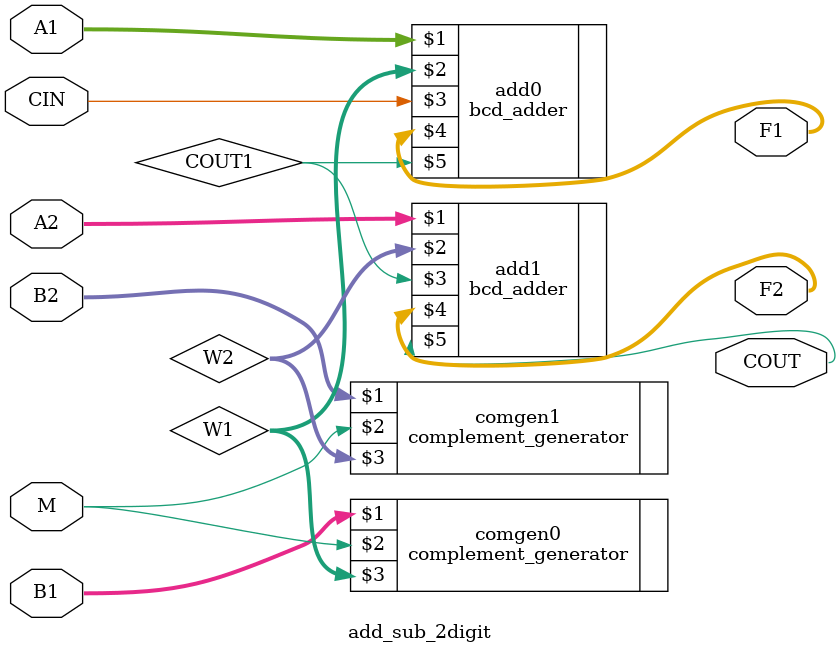
<source format=v>
module add_sub_2digit(A2,A1,B2,B1,CIN,M,F2,F1,COUT);
  input [3:0]A1,B1;
  input [7:4]A2,B2;
  input CIN,M;
  output [3:0]F1;
  output [7:4]F2;
  output COUT;
  wire COUT1;
  wire [3:0]W1;
  wire [7:4]W2;
  complement_generator comgen0(B1,M,W1);
  complement_generator comgen1(B2,M,W2);
  bcd_adder add0(A1,W1,CIN, F1, COUT1);
  bcd_adder add1(A2,W2,COUT1,F2, COUT);
endmodule
</source>
